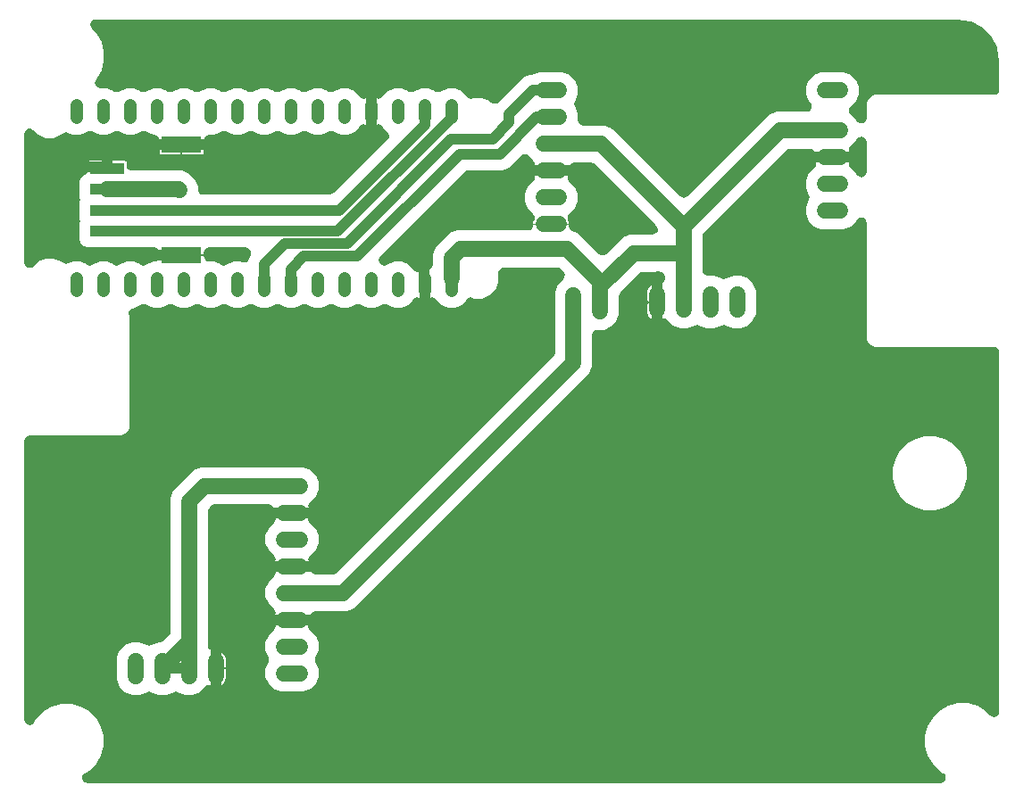
<source format=gbr>
G04 EAGLE Gerber RS-274X export*
G75*
%MOMM*%
%FSLAX34Y34*%
%LPD*%
%INBottom Copper*%
%IPPOS*%
%AMOC8*
5,1,8,0,0,1.08239X$1,22.5*%
G01*
G04 Define Apertures*
%ADD10C,1.500000*%
%ADD11R,3.300000X1.000000*%
%ADD12R,3.800000X1.500000*%
%ADD13C,1.200000*%
%ADD14C,1.000000*%
%ADD15C,0.600000*%
G36*
X17256Y499395D02*
X15319Y498937D01*
X13358Y499271D01*
X11681Y500343D01*
X10556Y501985D01*
X10160Y503935D01*
X10160Y626391D01*
X10468Y628119D01*
X11514Y629812D01*
X13137Y630964D01*
X15080Y631391D01*
X17037Y631026D01*
X18696Y629927D01*
X23409Y625213D01*
X30411Y622313D01*
X37989Y622313D01*
X44991Y625213D01*
X45959Y626181D01*
X47508Y627234D01*
X49454Y627645D01*
X51408Y627265D01*
X56386Y625203D01*
X62814Y625203D01*
X68754Y627663D01*
X68764Y627674D01*
X70277Y628711D01*
X72220Y629138D01*
X74177Y628773D01*
X75836Y627674D01*
X75846Y627663D01*
X81786Y625203D01*
X88214Y625203D01*
X94154Y627663D01*
X94164Y627674D01*
X95677Y628711D01*
X97620Y629138D01*
X99577Y628773D01*
X101236Y627674D01*
X101246Y627663D01*
X107186Y625203D01*
X113614Y625203D01*
X119554Y627663D01*
X119564Y627674D01*
X121077Y628711D01*
X123020Y629138D01*
X124977Y628773D01*
X126636Y627674D01*
X126646Y627663D01*
X132586Y625203D01*
X133240Y625203D01*
X135042Y624867D01*
X136719Y623794D01*
X137844Y622153D01*
X138240Y620203D01*
X138240Y616762D01*
X180240Y616762D01*
X180240Y620203D01*
X180576Y622005D01*
X181649Y623682D01*
X183290Y624807D01*
X185240Y625203D01*
X189814Y625203D01*
X195754Y627663D01*
X195764Y627674D01*
X197277Y628711D01*
X199220Y629138D01*
X201177Y628773D01*
X202836Y627674D01*
X202846Y627663D01*
X208786Y625203D01*
X215214Y625203D01*
X221154Y627663D01*
X221164Y627674D01*
X222677Y628711D01*
X224620Y629138D01*
X226577Y628773D01*
X228236Y627674D01*
X228246Y627663D01*
X234186Y625203D01*
X240614Y625203D01*
X246554Y627663D01*
X246564Y627674D01*
X248077Y628711D01*
X250020Y629138D01*
X251977Y628773D01*
X253636Y627674D01*
X253646Y627663D01*
X259586Y625203D01*
X266014Y625203D01*
X271954Y627663D01*
X271964Y627674D01*
X273477Y628711D01*
X275420Y629138D01*
X277377Y628773D01*
X279036Y627674D01*
X279046Y627663D01*
X284986Y625203D01*
X291414Y625203D01*
X297354Y627663D01*
X297364Y627674D01*
X298877Y628711D01*
X300820Y629138D01*
X302777Y628773D01*
X304436Y627674D01*
X304446Y627663D01*
X310386Y625203D01*
X316814Y625203D01*
X322754Y627663D01*
X327341Y632250D01*
X328275Y633685D01*
X329907Y634824D01*
X331854Y635235D01*
X333808Y634855D01*
X337409Y633363D01*
X338238Y633363D01*
X338238Y661363D01*
X337409Y661363D01*
X333808Y659871D01*
X332014Y659492D01*
X330055Y659841D01*
X328387Y660927D01*
X327348Y662469D01*
X322754Y667063D01*
X316814Y669523D01*
X310386Y669523D01*
X304446Y667063D01*
X304436Y667052D01*
X302923Y666015D01*
X300980Y665588D01*
X299023Y665953D01*
X297364Y667052D01*
X297354Y667063D01*
X291414Y669523D01*
X284986Y669523D01*
X279046Y667063D01*
X279036Y667052D01*
X277523Y666015D01*
X275580Y665588D01*
X273623Y665953D01*
X271964Y667052D01*
X271954Y667063D01*
X266014Y669523D01*
X259586Y669523D01*
X253646Y667063D01*
X253636Y667052D01*
X252123Y666015D01*
X250180Y665588D01*
X248223Y665953D01*
X246564Y667052D01*
X246554Y667063D01*
X240614Y669523D01*
X234186Y669523D01*
X228246Y667063D01*
X228236Y667052D01*
X226723Y666015D01*
X224780Y665588D01*
X222823Y665953D01*
X221164Y667052D01*
X221154Y667063D01*
X215214Y669523D01*
X208786Y669523D01*
X202846Y667063D01*
X202836Y667052D01*
X201323Y666015D01*
X199380Y665588D01*
X197423Y665953D01*
X195764Y667052D01*
X195754Y667063D01*
X189814Y669523D01*
X183386Y669523D01*
X177446Y667063D01*
X177436Y667052D01*
X175923Y666015D01*
X173980Y665588D01*
X172023Y665953D01*
X170364Y667052D01*
X170354Y667063D01*
X164414Y669523D01*
X157986Y669523D01*
X152046Y667063D01*
X152036Y667052D01*
X150523Y666015D01*
X148580Y665588D01*
X146623Y665953D01*
X144964Y667052D01*
X144954Y667063D01*
X139014Y669523D01*
X132586Y669523D01*
X126646Y667063D01*
X126636Y667052D01*
X125123Y666015D01*
X123180Y665588D01*
X121223Y665953D01*
X119564Y667052D01*
X119554Y667063D01*
X113614Y669523D01*
X107186Y669523D01*
X101246Y667063D01*
X101236Y667052D01*
X99723Y666015D01*
X97780Y665588D01*
X95823Y665953D01*
X94164Y667052D01*
X94154Y667063D01*
X88214Y669523D01*
X82025Y669523D01*
X80297Y669831D01*
X78604Y670877D01*
X77453Y672500D01*
X77026Y674443D01*
X77390Y676400D01*
X78489Y678059D01*
X78535Y678104D01*
X83230Y686236D01*
X85660Y695305D01*
X85660Y704695D01*
X83230Y713764D01*
X78535Y721896D01*
X74126Y726304D01*
X73122Y727744D01*
X72664Y729681D01*
X72998Y731642D01*
X74070Y733319D01*
X75712Y734444D01*
X77662Y734840D01*
X895000Y734840D01*
X895782Y734778D01*
X906548Y733073D01*
X908036Y732590D01*
X917748Y727641D01*
X919014Y726722D01*
X926722Y719014D01*
X927641Y717748D01*
X932590Y708036D01*
X933073Y706548D01*
X934778Y695782D01*
X934840Y695000D01*
X934840Y668160D01*
X934504Y666358D01*
X933431Y664681D01*
X931790Y663556D01*
X929840Y663160D01*
X816979Y663160D01*
X813245Y661613D01*
X810387Y658755D01*
X808840Y655021D01*
X808840Y640928D01*
X808546Y639238D01*
X807514Y637537D01*
X805900Y636372D01*
X803960Y635930D01*
X802000Y636279D01*
X800333Y637365D01*
X799221Y639015D01*
X798971Y639617D01*
X793647Y644941D01*
X792610Y646453D01*
X792183Y648397D01*
X792548Y650353D01*
X793647Y652012D01*
X798931Y657296D01*
X801620Y663787D01*
X801620Y670813D01*
X798931Y677304D01*
X793964Y682271D01*
X787473Y684960D01*
X765447Y684960D01*
X758956Y682271D01*
X753989Y677304D01*
X751300Y670813D01*
X751300Y663787D01*
X753989Y657296D01*
X755476Y655809D01*
X756480Y654369D01*
X756938Y652433D01*
X756605Y650471D01*
X755532Y648794D01*
X753891Y647669D01*
X751941Y647273D01*
X731121Y647273D01*
X731120Y647273D01*
X727996Y647273D01*
X723101Y647273D01*
X721999Y646817D01*
X721999Y646817D01*
X716610Y644585D01*
X714400Y642375D01*
X710939Y638914D01*
X710939Y638914D01*
X638896Y566871D01*
X637383Y565834D01*
X635440Y565407D01*
X633483Y565772D01*
X631824Y566871D01*
X567224Y631471D01*
X560733Y634160D01*
X539920Y634160D01*
X538118Y634496D01*
X536441Y635569D01*
X535316Y637210D01*
X534920Y639160D01*
X534920Y645413D01*
X531907Y652687D01*
X531527Y654560D01*
X531907Y656513D01*
X534920Y663787D01*
X534920Y670813D01*
X532231Y677304D01*
X527264Y682271D01*
X520773Y684960D01*
X498747Y684960D01*
X493631Y682841D01*
X491717Y682460D01*
X489285Y682460D01*
X483713Y680152D01*
X459768Y656207D01*
X458256Y655170D01*
X456312Y654743D01*
X454356Y655108D01*
X452697Y656207D01*
X451391Y657513D01*
X444389Y660413D01*
X436811Y660413D01*
X435422Y659838D01*
X433628Y659458D01*
X431669Y659808D01*
X430001Y660893D01*
X428921Y662496D01*
X424354Y667063D01*
X418414Y669523D01*
X411986Y669523D01*
X406046Y667063D01*
X406036Y667052D01*
X404523Y666015D01*
X402580Y665588D01*
X400623Y665953D01*
X398964Y667052D01*
X398954Y667063D01*
X393014Y669523D01*
X386586Y669523D01*
X380646Y667063D01*
X380636Y667052D01*
X379123Y666015D01*
X377180Y665588D01*
X375223Y665953D01*
X373564Y667052D01*
X373554Y667063D01*
X367614Y669523D01*
X361186Y669523D01*
X355246Y667063D01*
X350659Y662476D01*
X349725Y661041D01*
X348093Y659902D01*
X346146Y659491D01*
X344192Y659871D01*
X340591Y661363D01*
X339762Y661363D01*
X339762Y633363D01*
X340591Y633363D01*
X344192Y634855D01*
X345986Y635234D01*
X347945Y634885D01*
X349613Y633799D01*
X350652Y632257D01*
X354699Y628210D01*
X355736Y626698D01*
X356163Y624754D01*
X355798Y622798D01*
X354699Y621139D01*
X303685Y570124D01*
X302100Y569056D01*
X300149Y568660D01*
X179660Y568660D01*
X177858Y568996D01*
X176181Y570069D01*
X175056Y571710D01*
X174660Y573660D01*
X174660Y576513D01*
X171971Y583004D01*
X166504Y588471D01*
X160013Y591160D01*
X112240Y591160D01*
X110438Y591496D01*
X108761Y592569D01*
X107636Y594210D01*
X107240Y596160D01*
X107240Y598898D01*
X106936Y599633D01*
X106373Y600196D01*
X105638Y600500D01*
X89502Y600500D01*
X89502Y592738D01*
X70240Y592738D01*
X70240Y592010D01*
X69889Y590170D01*
X68804Y588502D01*
X67153Y587390D01*
X66485Y587113D01*
X63627Y584255D01*
X62080Y580521D01*
X62080Y566479D01*
X62521Y565413D01*
X62902Y563540D01*
X62521Y561587D01*
X62080Y560521D01*
X62080Y546479D01*
X62521Y545413D01*
X62902Y543540D01*
X62521Y541587D01*
X62080Y540521D01*
X62080Y526479D01*
X63627Y522745D01*
X66485Y519887D01*
X70219Y518340D01*
X133240Y518340D01*
X135042Y518004D01*
X136719Y516931D01*
X137844Y515290D01*
X138240Y513340D01*
X138240Y511762D01*
X180240Y511762D01*
X180240Y513340D01*
X180576Y515142D01*
X181649Y516819D01*
X183290Y517944D01*
X185240Y518340D01*
X220110Y518340D01*
X221876Y518018D01*
X223560Y516959D01*
X224699Y515327D01*
X225110Y513380D01*
X224730Y511427D01*
X223021Y507301D01*
X222021Y505765D01*
X220389Y504626D01*
X218442Y504215D01*
X216488Y504595D01*
X215214Y505123D01*
X208786Y505123D01*
X202846Y502663D01*
X202836Y502652D01*
X201323Y501615D01*
X199380Y501188D01*
X197423Y501553D01*
X195764Y502652D01*
X195754Y502663D01*
X189814Y505123D01*
X185240Y505123D01*
X183438Y505459D01*
X181761Y506532D01*
X180636Y508173D01*
X180240Y510123D01*
X180240Y510238D01*
X138240Y510238D01*
X138240Y510123D01*
X137904Y508321D01*
X136831Y506644D01*
X135190Y505519D01*
X133240Y505123D01*
X132586Y505123D01*
X126646Y502663D01*
X126636Y502652D01*
X125123Y501615D01*
X123180Y501188D01*
X121223Y501553D01*
X119564Y502652D01*
X119554Y502663D01*
X113614Y505123D01*
X107186Y505123D01*
X101246Y502663D01*
X101236Y502652D01*
X99723Y501615D01*
X97780Y501188D01*
X95823Y501553D01*
X94164Y502652D01*
X94154Y502663D01*
X88214Y505123D01*
X81786Y505123D01*
X75846Y502663D01*
X75836Y502652D01*
X74323Y501615D01*
X72380Y501188D01*
X70423Y501553D01*
X68764Y502652D01*
X68754Y502663D01*
X62814Y505123D01*
X56386Y505123D01*
X51408Y503061D01*
X49574Y502681D01*
X47618Y503046D01*
X45959Y504145D01*
X44991Y505113D01*
X37989Y508013D01*
X30411Y508013D01*
X23409Y505113D01*
X18696Y500399D01*
X17256Y499395D01*
G37*
%LPC*%
G36*
X160002Y606500D02*
X178638Y606500D01*
X179373Y606805D01*
X179936Y607367D01*
X180240Y608102D01*
X180240Y615238D01*
X160002Y615238D01*
X160002Y606500D01*
G37*
G36*
X139842Y606500D02*
X158478Y606500D01*
X158478Y615238D01*
X138240Y615238D01*
X138240Y608102D01*
X138545Y607367D01*
X139107Y606805D01*
X139842Y606500D01*
G37*
G36*
X70240Y594262D02*
X87978Y594262D01*
X87978Y600500D01*
X71842Y600500D01*
X71107Y600196D01*
X70545Y599633D01*
X70240Y598898D01*
X70240Y594262D01*
G37*
%LPD*%
G36*
X880975Y10556D02*
X879025Y10160D01*
X69975Y10160D01*
X68914Y10274D01*
X67092Y11075D01*
X65727Y12523D01*
X65035Y14389D01*
X65126Y16377D01*
X65984Y18172D01*
X67475Y19490D01*
X71589Y21865D01*
X78135Y28411D01*
X82764Y36429D01*
X85160Y45371D01*
X85160Y54629D01*
X82764Y63571D01*
X78135Y71589D01*
X71589Y78135D01*
X63571Y82764D01*
X54629Y85160D01*
X45371Y85160D01*
X36429Y82764D01*
X28411Y78135D01*
X21865Y71589D01*
X19490Y67475D01*
X18861Y66613D01*
X17256Y65436D01*
X15319Y64978D01*
X13358Y65312D01*
X11681Y66384D01*
X10556Y68025D01*
X10160Y69975D01*
X10160Y334840D01*
X10496Y336642D01*
X11569Y338319D01*
X13210Y339444D01*
X15160Y339840D01*
X102021Y339840D01*
X105755Y341387D01*
X108613Y344245D01*
X110160Y347979D01*
X110160Y452021D01*
X109386Y453890D01*
X109008Y455644D01*
X109342Y457605D01*
X110414Y459282D01*
X112055Y460407D01*
X113238Y460647D01*
X119554Y463263D01*
X119564Y463274D01*
X121077Y464311D01*
X123020Y464738D01*
X124977Y464373D01*
X126636Y463274D01*
X126646Y463263D01*
X132586Y460803D01*
X139014Y460803D01*
X144954Y463263D01*
X144964Y463274D01*
X146477Y464311D01*
X148420Y464738D01*
X150377Y464373D01*
X152036Y463274D01*
X152046Y463263D01*
X157986Y460803D01*
X164414Y460803D01*
X170354Y463263D01*
X170364Y463274D01*
X171877Y464311D01*
X173820Y464738D01*
X175777Y464373D01*
X177436Y463274D01*
X177446Y463263D01*
X183386Y460803D01*
X189814Y460803D01*
X195754Y463263D01*
X195764Y463274D01*
X197277Y464311D01*
X199220Y464738D01*
X201177Y464373D01*
X202836Y463274D01*
X202846Y463263D01*
X208786Y460803D01*
X215214Y460803D01*
X221154Y463263D01*
X221164Y463274D01*
X222677Y464311D01*
X224620Y464738D01*
X226577Y464373D01*
X228236Y463274D01*
X228246Y463263D01*
X234186Y460803D01*
X240614Y460803D01*
X246554Y463263D01*
X246564Y463274D01*
X248077Y464311D01*
X250020Y464738D01*
X251977Y464373D01*
X253636Y463274D01*
X253646Y463263D01*
X259586Y460803D01*
X266014Y460803D01*
X271954Y463263D01*
X271964Y463274D01*
X273477Y464311D01*
X275420Y464738D01*
X277377Y464373D01*
X279036Y463274D01*
X279046Y463263D01*
X284986Y460803D01*
X291414Y460803D01*
X297354Y463263D01*
X297364Y463274D01*
X298877Y464311D01*
X300820Y464738D01*
X302777Y464373D01*
X304436Y463274D01*
X304446Y463263D01*
X310386Y460803D01*
X316814Y460803D01*
X322754Y463263D01*
X322764Y463274D01*
X324277Y464311D01*
X326220Y464738D01*
X328177Y464373D01*
X329836Y463274D01*
X329846Y463263D01*
X335786Y460803D01*
X342214Y460803D01*
X348154Y463263D01*
X348164Y463274D01*
X349677Y464311D01*
X351620Y464738D01*
X353577Y464373D01*
X355236Y463274D01*
X355246Y463263D01*
X361186Y460803D01*
X367614Y460803D01*
X373554Y463263D01*
X378141Y467850D01*
X379075Y469285D01*
X380707Y470424D01*
X382654Y470835D01*
X384608Y470455D01*
X388209Y468963D01*
X389038Y468963D01*
X389038Y496963D01*
X388209Y496963D01*
X384608Y495471D01*
X382814Y495092D01*
X380855Y495441D01*
X379187Y496527D01*
X378148Y498069D01*
X373554Y502663D01*
X367614Y505123D01*
X361186Y505123D01*
X355246Y502663D01*
X355236Y502652D01*
X353723Y501615D01*
X351780Y501188D01*
X349823Y501553D01*
X348164Y502652D01*
X347664Y503153D01*
X346627Y504665D01*
X346200Y506609D01*
X346565Y508565D01*
X347664Y510224D01*
X427815Y590376D01*
X429400Y591444D01*
X431351Y591840D01*
X464016Y591840D01*
X469587Y594148D01*
X481077Y605637D01*
X482589Y606674D01*
X484533Y607101D01*
X486489Y606736D01*
X488148Y605637D01*
X492751Y601034D01*
X493804Y599485D01*
X494215Y597538D01*
X493835Y595585D01*
X492760Y592990D01*
X492760Y591862D01*
X526760Y591862D01*
X526760Y593840D01*
X527096Y595642D01*
X528169Y597319D01*
X529810Y598444D01*
X531760Y598840D01*
X547834Y598840D01*
X549710Y598475D01*
X551369Y597376D01*
X609549Y539196D01*
X610553Y537756D01*
X611011Y535819D01*
X610678Y533858D01*
X609605Y532181D01*
X607964Y531056D01*
X606014Y530660D01*
X584287Y530660D01*
X577796Y527971D01*
X561936Y512111D01*
X560423Y511074D01*
X558480Y510647D01*
X556523Y511012D01*
X554864Y512111D01*
X535004Y531971D01*
X529847Y534108D01*
X528281Y535135D01*
X527156Y536777D01*
X526760Y538727D01*
X526760Y539538D01*
X492737Y539538D01*
X492424Y537858D01*
X491351Y536181D01*
X489710Y535056D01*
X487760Y534660D01*
X420487Y534660D01*
X413996Y531971D01*
X400229Y518204D01*
X397540Y511713D01*
X397540Y501899D01*
X397218Y500134D01*
X396159Y498449D01*
X394527Y497311D01*
X392580Y496899D01*
X392253Y496963D01*
X390562Y496963D01*
X390562Y468963D01*
X391391Y468963D01*
X394992Y470455D01*
X396786Y470834D01*
X398745Y470485D01*
X400413Y469399D01*
X401452Y467857D01*
X406046Y463263D01*
X411986Y460803D01*
X418414Y460803D01*
X424354Y463263D01*
X428918Y467827D01*
X429889Y469319D01*
X431521Y470457D01*
X433468Y470869D01*
X435422Y470488D01*
X436811Y469913D01*
X444389Y469913D01*
X451391Y472813D01*
X456750Y478172D01*
X459650Y485174D01*
X459650Y493053D01*
X459407Y494181D01*
X459741Y496142D01*
X460813Y497819D01*
X462454Y498944D01*
X464404Y499340D01*
X515614Y499340D01*
X517490Y498975D01*
X519149Y497876D01*
X521439Y495586D01*
X522476Y494073D01*
X522903Y492130D01*
X522538Y490173D01*
X521439Y488514D01*
X515929Y483004D01*
X513240Y476513D01*
X513240Y418286D01*
X512875Y416410D01*
X511776Y414751D01*
X306637Y209612D01*
X305052Y208544D01*
X303102Y208148D01*
X285951Y208148D01*
X284149Y208484D01*
X282473Y209556D01*
X281347Y211197D01*
X280951Y213148D01*
X280951Y215126D01*
X246951Y215126D01*
X246951Y213998D01*
X248026Y211403D01*
X248406Y209569D01*
X248042Y207613D01*
X246943Y205954D01*
X241480Y200491D01*
X238791Y194000D01*
X238791Y186975D01*
X241480Y180484D01*
X246943Y175022D01*
X247995Y173473D01*
X248407Y171526D01*
X248026Y169573D01*
X246951Y166977D01*
X246951Y165850D01*
X280951Y165850D01*
X280951Y167828D01*
X281288Y169630D01*
X282360Y171306D01*
X284001Y172432D01*
X285951Y172828D01*
X316000Y172828D01*
X322491Y175516D01*
X545871Y398896D01*
X548560Y405387D01*
X548560Y435340D01*
X548896Y437142D01*
X549969Y438819D01*
X551610Y439944D01*
X553560Y440340D01*
X559813Y440340D01*
X566304Y443029D01*
X571271Y447996D01*
X573960Y454487D01*
X573960Y472114D01*
X574326Y473990D01*
X575424Y475649D01*
X593651Y493876D01*
X595236Y494944D01*
X597186Y495340D01*
X612700Y495340D01*
X614502Y495004D01*
X616179Y493931D01*
X617304Y492290D01*
X617700Y490340D01*
X617700Y488500D01*
X617364Y486698D01*
X616291Y485021D01*
X614650Y483896D01*
X612700Y483500D01*
X610722Y483500D01*
X610722Y449500D01*
X611850Y449500D01*
X614445Y450575D01*
X616279Y450955D01*
X618235Y450590D01*
X619894Y449491D01*
X625356Y444029D01*
X631847Y441340D01*
X638873Y441340D01*
X646147Y444353D01*
X648020Y444733D01*
X649973Y444353D01*
X657247Y441340D01*
X664273Y441340D01*
X671547Y444353D01*
X673420Y444733D01*
X675373Y444353D01*
X682647Y441340D01*
X689673Y441340D01*
X696164Y444029D01*
X701131Y448996D01*
X703820Y455487D01*
X703820Y477513D01*
X701131Y484004D01*
X696164Y488971D01*
X689673Y491660D01*
X682647Y491660D01*
X675373Y488647D01*
X673500Y488267D01*
X671547Y488647D01*
X664273Y491660D01*
X658020Y491660D01*
X656218Y491996D01*
X654541Y493069D01*
X653416Y494710D01*
X653020Y496660D01*
X653020Y528974D01*
X653386Y530850D01*
X654484Y532509D01*
X732464Y610489D01*
X734049Y611557D01*
X735999Y611953D01*
X754500Y611953D01*
X756302Y611617D01*
X757979Y610545D01*
X759104Y608903D01*
X759500Y606953D01*
X759500Y604875D01*
X793500Y604875D01*
X793500Y606003D01*
X792396Y608669D01*
X792016Y610502D01*
X792381Y612459D01*
X793480Y614118D01*
X798971Y619609D01*
X799221Y620211D01*
X800140Y621660D01*
X801744Y622837D01*
X803681Y623295D01*
X805642Y622961D01*
X807319Y621889D01*
X808444Y620248D01*
X808840Y618298D01*
X808840Y589928D01*
X808546Y588238D01*
X807514Y586537D01*
X805900Y585372D01*
X803960Y584930D01*
X802000Y585279D01*
X800333Y586365D01*
X799221Y588015D01*
X798971Y588617D01*
X793480Y594108D01*
X792427Y595657D01*
X792015Y597604D01*
X792396Y599557D01*
X793500Y602223D01*
X793500Y603351D01*
X759500Y603351D01*
X759500Y602223D01*
X760604Y599557D01*
X760984Y597724D01*
X760619Y595767D01*
X759520Y594108D01*
X754029Y588617D01*
X751340Y582126D01*
X751340Y575100D01*
X754374Y567776D01*
X754754Y565903D01*
X754374Y563950D01*
X751340Y556626D01*
X751340Y549600D01*
X754029Y543109D01*
X758996Y538142D01*
X765487Y535453D01*
X787513Y535453D01*
X794004Y538142D01*
X798971Y543109D01*
X799221Y543711D01*
X800140Y545160D01*
X801744Y546337D01*
X803681Y546795D01*
X805642Y546461D01*
X807319Y545389D01*
X808444Y543748D01*
X808840Y541798D01*
X808840Y431979D01*
X810387Y428245D01*
X813245Y425387D01*
X816979Y423840D01*
X929840Y423840D01*
X931642Y423504D01*
X933319Y422431D01*
X934444Y420790D01*
X934840Y418840D01*
X934840Y77662D01*
X934532Y75934D01*
X933486Y74241D01*
X931863Y73090D01*
X929920Y72663D01*
X927963Y73027D01*
X926304Y74126D01*
X921896Y78535D01*
X913764Y83230D01*
X904695Y85660D01*
X895305Y85660D01*
X886236Y83230D01*
X878104Y78535D01*
X871465Y71896D01*
X866770Y63764D01*
X864340Y54695D01*
X864340Y45305D01*
X866770Y36236D01*
X871465Y28104D01*
X878104Y21465D01*
X881525Y19490D01*
X882387Y18861D01*
X883564Y17256D01*
X884022Y15319D01*
X883688Y13358D01*
X882616Y11681D01*
X880975Y10556D01*
G37*
%LPC*%
G36*
X492760Y541062D02*
X526760Y541062D01*
X526760Y542190D01*
X525685Y544785D01*
X525305Y546619D01*
X525670Y548575D01*
X526769Y550234D01*
X532231Y555696D01*
X534920Y562187D01*
X534920Y569213D01*
X532231Y575704D01*
X526769Y581166D01*
X525716Y582715D01*
X525305Y584662D01*
X525685Y586615D01*
X526760Y589210D01*
X526760Y590338D01*
X492760Y590338D01*
X492760Y589210D01*
X493835Y586615D01*
X494215Y584781D01*
X493850Y582825D01*
X492751Y581166D01*
X487289Y575704D01*
X484600Y569213D01*
X484600Y562187D01*
X487289Y555696D01*
X492751Y550234D01*
X493804Y548685D01*
X494215Y546738D01*
X493835Y544785D01*
X492760Y542190D01*
X492760Y541062D01*
G37*
G36*
X600460Y467262D02*
X609198Y467262D01*
X609198Y483500D01*
X608070Y483500D01*
X604579Y482054D01*
X601906Y479381D01*
X600460Y475890D01*
X600460Y467262D01*
G37*
G36*
X608070Y449500D02*
X609198Y449500D01*
X609198Y465738D01*
X600460Y465738D01*
X600460Y457110D01*
X601906Y453619D01*
X604579Y450946D01*
X608070Y449500D01*
G37*
G36*
X864335Y268840D02*
X873593Y268840D01*
X882535Y271236D01*
X890553Y275865D01*
X897099Y282411D01*
X901728Y290429D01*
X904124Y299371D01*
X904124Y308629D01*
X901728Y317571D01*
X897099Y325589D01*
X890553Y332135D01*
X882535Y336764D01*
X873593Y339160D01*
X864335Y339160D01*
X855393Y336764D01*
X847375Y332135D01*
X840829Y325589D01*
X836200Y317571D01*
X833804Y308629D01*
X833804Y299371D01*
X836200Y290429D01*
X840829Y282411D01*
X847375Y275865D01*
X855393Y271236D01*
X864335Y268840D01*
G37*
G36*
X112187Y93540D02*
X119213Y93540D01*
X126487Y96553D01*
X128360Y96933D01*
X130313Y96553D01*
X137587Y93540D01*
X144613Y93540D01*
X151887Y96553D01*
X153760Y96933D01*
X155713Y96553D01*
X162987Y93540D01*
X170013Y93540D01*
X176504Y96229D01*
X181966Y101691D01*
X183515Y102744D01*
X185462Y103155D01*
X187415Y102775D01*
X190010Y101700D01*
X191138Y101700D01*
X191138Y135700D01*
X189160Y135700D01*
X187358Y136036D01*
X185681Y137109D01*
X184556Y138750D01*
X184160Y140700D01*
X184160Y268114D01*
X184526Y269990D01*
X185624Y271649D01*
X186938Y272963D01*
X188524Y274032D01*
X190474Y274428D01*
X241951Y274428D01*
X243754Y274091D01*
X245430Y273019D01*
X246555Y271378D01*
X246951Y269428D01*
X246951Y267450D01*
X280951Y267450D01*
X280951Y268577D01*
X279876Y271173D01*
X279496Y273006D01*
X279861Y274963D01*
X280960Y276622D01*
X286423Y282084D01*
X289111Y288575D01*
X289111Y295600D01*
X286423Y302091D01*
X281455Y307059D01*
X274964Y309748D01*
X177575Y309748D01*
X171084Y307059D01*
X151529Y287504D01*
X148840Y281013D01*
X148840Y153486D01*
X148475Y151610D01*
X147376Y149951D01*
X142749Y145324D01*
X141164Y144256D01*
X139214Y143860D01*
X137587Y143860D01*
X130313Y140847D01*
X128440Y140467D01*
X126487Y140847D01*
X119213Y143860D01*
X112187Y143860D01*
X105696Y141171D01*
X100729Y136204D01*
X98040Y129713D01*
X98040Y107687D01*
X100729Y101196D01*
X105696Y96229D01*
X112187Y93540D01*
G37*
G36*
X246951Y216650D02*
X280951Y216650D01*
X280951Y217777D01*
X279876Y220373D01*
X279496Y222206D01*
X279861Y224163D01*
X280960Y225822D01*
X286423Y231284D01*
X289111Y237775D01*
X289111Y244800D01*
X286423Y251291D01*
X280960Y256754D01*
X279908Y258303D01*
X279496Y260249D01*
X279876Y262203D01*
X280951Y264798D01*
X280951Y265926D01*
X246951Y265926D01*
X246951Y264798D01*
X248026Y262203D01*
X248406Y260369D01*
X248042Y258413D01*
X246943Y256754D01*
X241480Y251291D01*
X238791Y244800D01*
X238791Y237775D01*
X241480Y231284D01*
X246943Y225822D01*
X247995Y224273D01*
X248407Y222326D01*
X248026Y220373D01*
X246951Y217777D01*
X246951Y216650D01*
G37*
G36*
X252939Y96628D02*
X274964Y96628D01*
X281455Y99316D01*
X286423Y104284D01*
X289111Y110775D01*
X289111Y117800D01*
X286099Y125074D01*
X285718Y126948D01*
X286099Y128901D01*
X289111Y136175D01*
X289111Y143200D01*
X286423Y149691D01*
X280960Y155154D01*
X279908Y156703D01*
X279496Y158649D01*
X279876Y160603D01*
X280951Y163198D01*
X280951Y164326D01*
X246951Y164326D01*
X246951Y163198D01*
X248026Y160603D01*
X248406Y158769D01*
X248042Y156813D01*
X246943Y155154D01*
X241480Y149691D01*
X238791Y143200D01*
X238791Y136175D01*
X241804Y128901D01*
X242185Y127028D01*
X241804Y125074D01*
X238791Y117800D01*
X238791Y110775D01*
X241480Y104284D01*
X246448Y99316D01*
X252939Y96628D01*
G37*
G36*
X192662Y119462D02*
X201400Y119462D01*
X201400Y128090D01*
X199954Y131581D01*
X197281Y134254D01*
X193790Y135700D01*
X192662Y135700D01*
X192662Y119462D01*
G37*
G36*
X192662Y101700D02*
X193790Y101700D01*
X197281Y103146D01*
X199954Y105819D01*
X201400Y109310D01*
X201400Y117938D01*
X192662Y117938D01*
X192662Y101700D01*
G37*
%LPD*%
D10*
X271451Y215888D02*
X256451Y215888D01*
X256451Y139688D02*
X271451Y139688D01*
X271451Y165088D02*
X256451Y165088D01*
X256451Y190488D02*
X271451Y190488D01*
X271451Y114288D02*
X256451Y114288D01*
X256451Y241288D02*
X271451Y241288D01*
X271451Y266688D02*
X256451Y266688D01*
X256451Y292088D02*
X271451Y292088D01*
D11*
X88740Y593500D03*
X88740Y573500D03*
X88740Y553500D03*
X88740Y533500D03*
D12*
X159240Y616000D03*
X159240Y511000D03*
D10*
X769000Y629613D02*
X784000Y629613D01*
X784000Y604113D02*
X769000Y604113D01*
X769000Y578613D02*
X784000Y578613D01*
X784000Y553113D02*
X769000Y553113D01*
X517260Y667300D02*
X502260Y667300D01*
X502260Y641900D02*
X517260Y641900D01*
X517260Y616500D02*
X502260Y616500D01*
X502260Y591100D02*
X517260Y591100D01*
X768960Y667300D02*
X783960Y667300D01*
X517260Y565700D02*
X502260Y565700D01*
X502260Y540300D02*
X517260Y540300D01*
X635360Y474000D02*
X635360Y459000D01*
X609960Y459000D02*
X609960Y474000D01*
X686160Y474000D02*
X686160Y459000D01*
X660760Y459000D02*
X660760Y474000D01*
X556300Y473000D02*
X556300Y458000D01*
X530900Y458000D02*
X530900Y473000D01*
X191900Y126200D02*
X191900Y111200D01*
X166500Y111200D02*
X166500Y126200D01*
X141100Y126200D02*
X141100Y111200D01*
X115700Y111200D02*
X115700Y126200D01*
D13*
X59600Y476963D02*
X59600Y488963D01*
X85000Y488963D02*
X85000Y476963D01*
X110400Y476963D02*
X110400Y488963D01*
X135800Y488963D02*
X135800Y476963D01*
X161200Y476963D02*
X161200Y488963D01*
X186600Y488963D02*
X186600Y476963D01*
X212000Y476963D02*
X212000Y488963D01*
X237400Y488963D02*
X237400Y476963D01*
X262800Y476963D02*
X262800Y488963D01*
X288200Y488963D02*
X288200Y476963D01*
X313600Y476963D02*
X313600Y488963D01*
X339000Y488963D02*
X339000Y476963D01*
X364400Y476963D02*
X364400Y488963D01*
X389800Y488963D02*
X389800Y476963D01*
X415200Y476963D02*
X415200Y488963D01*
X415200Y641363D02*
X415200Y653363D01*
X389800Y653363D02*
X389800Y641363D01*
X364400Y641363D02*
X364400Y653363D01*
X339000Y653363D02*
X339000Y641363D01*
X313600Y641363D02*
X313600Y653363D01*
X288200Y653363D02*
X288200Y641363D01*
X262800Y641363D02*
X262800Y653363D01*
X237400Y653363D02*
X237400Y641363D01*
X212000Y641363D02*
X212000Y653363D01*
X186600Y653363D02*
X186600Y641363D01*
X161200Y641363D02*
X161200Y653363D01*
X135800Y653363D02*
X135800Y641363D01*
X110400Y641363D02*
X110400Y653363D01*
X85000Y653363D02*
X85000Y641363D01*
X59600Y641363D02*
X59600Y653363D01*
D14*
X509760Y591100D02*
X531100Y591100D01*
X532000Y592000D01*
X509760Y591100D02*
X486100Y591100D01*
X486000Y591000D01*
X389000Y489763D02*
X389800Y488963D01*
X389000Y489763D02*
X389000Y500000D01*
X389800Y488963D02*
X389800Y463200D01*
X391000Y462000D01*
X595000Y468000D02*
X596500Y466500D01*
X609960Y466500D02*
X609960Y446960D01*
X609000Y446000D01*
X339000Y641363D02*
X339000Y666000D01*
X339000Y641363D02*
X339000Y627000D01*
X159240Y511000D02*
X49000Y511000D01*
X46000Y514000D01*
X132000Y616000D02*
X159240Y616000D01*
X185000Y616000D01*
X186000Y615000D01*
X263951Y215888D02*
X284888Y215888D01*
X285000Y216000D01*
X263951Y215888D02*
X242112Y215888D01*
X242000Y216000D01*
X242912Y165088D02*
X263951Y165088D01*
X242912Y165088D02*
X242000Y166000D01*
X263951Y165088D02*
X284912Y165088D01*
X286000Y164000D01*
X191900Y87000D02*
X191900Y67100D01*
X192000Y67000D01*
D15*
X226000Y604000D03*
X304000Y419000D03*
X111000Y40000D03*
X755000Y467000D03*
X635000Y689000D03*
X559000Y550000D03*
D14*
X290688Y266688D02*
X263951Y266688D01*
X290688Y266688D02*
X291000Y267000D01*
X263951Y266688D02*
X240312Y266688D01*
X240000Y267000D01*
X755113Y604113D02*
X776500Y604113D01*
X755113Y604113D02*
X754000Y603000D01*
X191900Y143900D02*
X191900Y118700D01*
X191900Y143900D02*
X192000Y144000D01*
X88740Y593500D02*
X88740Y606740D01*
X89000Y607000D01*
X87240Y595000D02*
X88740Y593500D01*
X87240Y595000D02*
X62000Y595000D01*
X776500Y604113D02*
X797113Y604113D01*
X799000Y606000D01*
X609960Y489960D02*
X609960Y466500D01*
X609960Y489960D02*
X611000Y491000D01*
X191900Y118700D02*
X191900Y95000D01*
D10*
X635360Y466500D02*
X635360Y513000D01*
X635360Y538360D01*
X726613Y629613D01*
X557220Y616500D02*
X509760Y616500D01*
X557220Y616500D02*
X635360Y538360D01*
X587800Y513000D02*
X556300Y481500D01*
X556300Y465500D01*
X587800Y513000D02*
X635360Y513000D01*
X424000Y517000D02*
X415200Y508200D01*
X424000Y517000D02*
X525000Y517000D01*
X556300Y485700D01*
X556300Y465500D01*
X312488Y190488D02*
X263951Y190488D01*
X312488Y190488D02*
X530900Y408900D01*
X530900Y465500D01*
X156500Y573500D02*
X88740Y573500D01*
X156500Y573500D02*
X157000Y573000D01*
D15*
X157000Y573000D03*
D10*
X415200Y508200D02*
X415200Y488963D01*
X726613Y629613D02*
X776500Y629613D01*
D14*
X166500Y118700D02*
X141100Y118700D01*
D10*
X166500Y146000D02*
X166500Y277500D01*
X166500Y144100D02*
X166500Y118700D01*
X166500Y277500D02*
X181088Y292088D01*
X263951Y292088D01*
X166500Y144100D02*
X141100Y118700D01*
X166500Y144100D02*
X166500Y146000D01*
D14*
X307337Y533500D02*
X415200Y641363D01*
X307337Y533500D02*
X88740Y533500D01*
X262800Y497800D02*
X262800Y488963D01*
X262800Y497800D02*
X275000Y510000D01*
X326000Y510000D01*
X423000Y607000D01*
X461000Y607000D01*
X495900Y641900D01*
X509760Y641900D01*
X509760Y667300D02*
X492300Y667300D01*
X470000Y645000D01*
X470000Y637000D01*
X454000Y621000D02*
X415000Y621000D01*
X316000Y522000D01*
X257000Y522000D01*
X237400Y502400D01*
X237400Y488963D01*
X454000Y621000D02*
X470000Y637000D01*
X308500Y553500D02*
X88740Y553500D01*
X308500Y553500D02*
X389800Y634800D01*
X389800Y641363D01*
M02*

</source>
